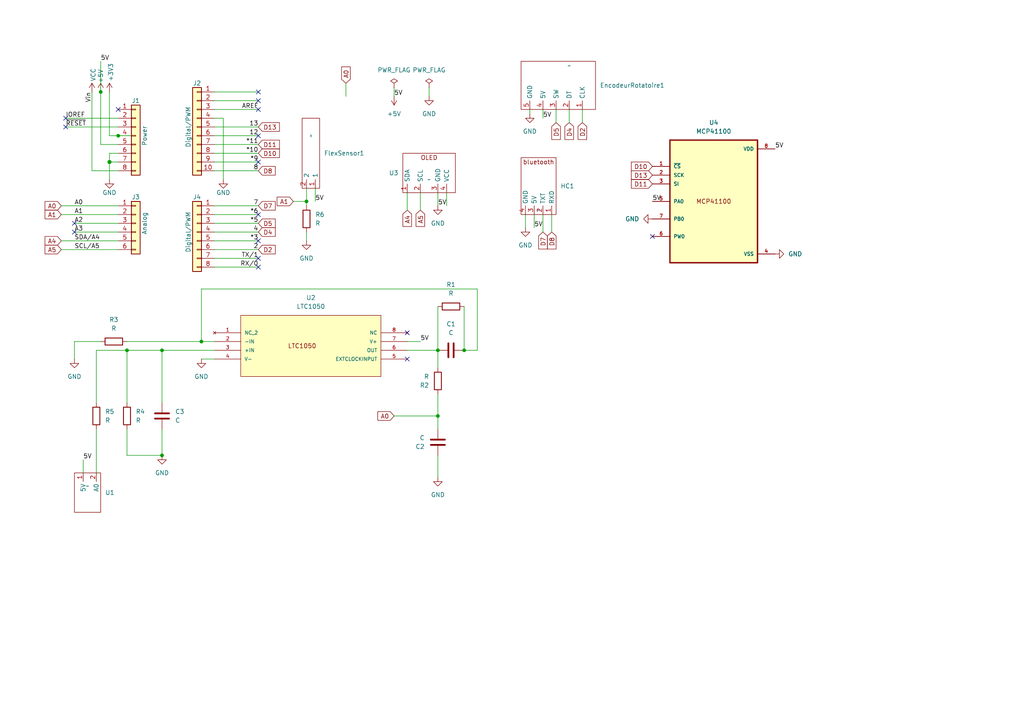
<source format=kicad_sch>
(kicad_sch (version 20230121) (generator eeschema)
  (paper "A4")
  (title_block (title "Projet Capteur") (date "mar. 31 mars 2015") (company "Quentin et Laetitia"))
  (lib_symbols
    (symbol "+5V_1" (power) (pin_names (offset 0))
      (property "Value" "+5V_1" (at 0 3.556 0))
      (symbol "+5V_1_0_1"
        (polyline (pts (xy -0.762 1.27) (xy 0 2.54)))
        (polyline (pts (xy 0 0) (xy 0 2.54)))
        (polyline (pts (xy 0 2.54) (xy 0.762 1.27)))
      )
      (symbol "+5V_1_1_1"
        (pin power_in line (at 0 0 90) (length 0) hide (name "+5V") (number "1"))
      )
    )
    (symbol "Connector_Generic:Conn_01x06" (pin_names (offset 1.016) hide)
      (property "Reference" "J" (at 0 7.62 0))
      (property "Value" "Conn_01x06" (at 0 -10.16 0))
      (symbol "Conn_01x06_1_1"
        (rectangle (start -1.27 -7.493) (end 0 -7.747) (stroke (width 0.1524)))
        (rectangle (start -1.27 -4.953) (end 0 -5.207) (stroke (width 0.1524)))
        (rectangle (start -1.27 -2.413) (end 0 -2.667) (stroke (width 0.1524)))
        (rectangle (start -1.27 0.127) (end 0 -0.127) (stroke (width 0.1524)))
        (rectangle (start -1.27 2.667) (end 0 2.413) (stroke (width 0.1524)))
        (rectangle (start -1.27 5.207) (end 0 4.953) (stroke (width 0.1524)))
        (rectangle (start -1.27 6.35) (end 1.27 -8.89) (stroke (width 0.254)) (fill (type background)))
        (pin passive line (at -5.08 5.08 0) (length 3.81) (name "Pin_1") (number "1"))
        (pin passive line (at -5.08 2.54 0) (length 3.81) (name "Pin_2") (number "2"))
        (pin passive line (at -5.08 0 0) (length 3.81) (name "Pin_3") (number "3"))
        (pin passive line (at -5.08 -2.54 0) (length 3.81) (name "Pin_4") (number "4"))
        (pin passive line (at -5.08 -5.08 0) (length 3.81) (name "Pin_5") (number "5"))
        (pin passive line (at -5.08 -7.62 0) (length 3.81) (name "Pin_6") (number "6"))
      )
    )
    (symbol "Connector_Generic:Conn_01x08" (pin_names (offset 1.016) hide)
      (property "Reference" "J" (at 0 10.16 0))
      (property "Value" "Conn_01x08" (at 0 -12.7 0))
      (symbol "Conn_01x08_1_1"
        (rectangle (start -1.27 -10.033) (end 0 -10.287) (stroke (width 0.1524)))
        (rectangle (start -1.27 -7.493) (end 0 -7.747) (stroke (width 0.1524)))
        (rectangle (start -1.27 -4.953) (end 0 -5.207) (stroke (width 0.1524)))
        (rectangle (start -1.27 -2.413) (end 0 -2.667) (stroke (width 0.1524)))
        (rectangle (start -1.27 0.127) (end 0 -0.127) (stroke (width 0.1524)))
        (rectangle (start -1.27 2.667) (end 0 2.413) (stroke (width 0.1524)))
        (rectangle (start -1.27 5.207) (end 0 4.953) (stroke (width 0.1524)))
        (rectangle (start -1.27 7.747) (end 0 7.493) (stroke (width 0.1524)))
        (rectangle (start -1.27 8.89) (end 1.27 -11.43) (stroke (width 0.254)) (fill (type background)))
        (pin passive line (at -5.08 7.62 0) (length 3.81) (name "Pin_1") (number "1"))
        (pin passive line (at -5.08 5.08 0) (length 3.81) (name "Pin_2") (number "2"))
        (pin passive line (at -5.08 2.54 0) (length 3.81) (name "Pin_3") (number "3"))
        (pin passive line (at -5.08 0 0) (length 3.81) (name "Pin_4") (number "4"))
        (pin passive line (at -5.08 -2.54 0) (length 3.81) (name "Pin_5") (number "5"))
        (pin passive line (at -5.08 -5.08 0) (length 3.81) (name "Pin_6") (number "6"))
        (pin passive line (at -5.08 -7.62 0) (length 3.81) (name "Pin_7") (number "7"))
        (pin passive line (at -5.08 -10.16 0) (length 3.81) (name "Pin_8") (number "8"))
      )
    )
    (symbol "Connector_Generic:Conn_01x10" (pin_names (offset 1.016) hide)
      (property "Reference" "J" (at 0 12.7 0))
      (property "Value" "Conn_01x10" (at 0 -15.24 0))
      (symbol "Conn_01x10_1_1"
        (rectangle (start -1.27 -12.573) (end 0 -12.827) (stroke (width 0.1524)))
        (rectangle (start -1.27 -10.033) (end 0 -10.287) (stroke (width 0.1524)))
        (rectangle (start -1.27 -7.493) (end 0 -7.747) (stroke (width 0.1524)))
        (rectangle (start -1.27 -4.953) (end 0 -5.207) (stroke (width 0.1524)))
        (rectangle (start -1.27 -2.413) (end 0 -2.667) (stroke (width 0.1524)))
        (rectangle (start -1.27 0.127) (end 0 -0.127) (stroke (width 0.1524)))
        (rectangle (start -1.27 2.667) (end 0 2.413) (stroke (width 0.1524)))
        (rectangle (start -1.27 5.207) (end 0 4.953) (stroke (width 0.1524)))
        (rectangle (start -1.27 7.747) (end 0 7.493) (stroke (width 0.1524)))
        (rectangle (start -1.27 10.287) (end 0 10.033) (stroke (width 0.1524)))
        (rectangle (start -1.27 11.43) (end 1.27 -13.97) (stroke (width 0.254)) (fill (type background)))
        (pin passive line (at -5.08 10.16 0) (length 3.81) (name "Pin_1") (number "1"))
        (pin passive line (at -5.08 -12.7 0) (length 3.81) (name "Pin_10") (number "10"))
        (pin passive line (at -5.08 7.62 0) (length 3.81) (name "Pin_2") (number "2"))
        (pin passive line (at -5.08 5.08 0) (length 3.81) (name "Pin_3") (number "3"))
        (pin passive line (at -5.08 2.54 0) (length 3.81) (name "Pin_4") (number "4"))
        (pin passive line (at -5.08 0 0) (length 3.81) (name "Pin_5") (number "5"))
        (pin passive line (at -5.08 -2.54 0) (length 3.81) (name "Pin_6") (number "6"))
        (pin passive line (at -5.08 -5.08 0) (length 3.81) (name "Pin_7") (number "7"))
        (pin passive line (at -5.08 -7.62 0) (length 3.81) (name "Pin_8") (number "8"))
        (pin passive line (at -5.08 -10.16 0) (length 3.81) (name "Pin_9") (number "9"))
      )
    )
    (symbol "Device:C" (pin_numbers hide) (pin_names (offset 0.254))
      (property "Reference" "C" (at 0.635 2.54 0))
      (property "Value" "C" (at 0.635 -2.54 0))
      (symbol "C_0_1"
        (polyline (pts (xy -2.032 -0.762) (xy 2.032 -0.762)) (stroke (width 0.508)))
        (polyline (pts (xy -2.032 0.762) (xy 2.032 0.762)) (stroke (width 0.508)))
      )
      (symbol "C_1_1"
        (pin passive line (at 0 3.81 270) (length 2.794) (name "~") (number "1"))
        (pin passive line (at 0 -3.81 90) (length 2.794) (name "~") (number "2"))
      )
    )
    (symbol "Device:R" (pin_numbers hide) (pin_names (offset 0))
      (property "Reference" "R" (at 2.032 0 90))
      (property "Value" "R" (at 0 0 90))
      (symbol "R_0_1"
        (rectangle (start -1.016 -2.54) (end 1.016 2.54) (stroke (width 0.254)))
      )
      (symbol "R_1_1"
        (pin passive line (at 0 3.81 270) (length 1.27) (name "~") (number "1"))
        (pin passive line (at 0 -3.81 90) (length 1.27) (name "~") (number "2"))
      )
    )
    (symbol "GND_1" (power) (pin_names (offset 0))
      (property "Value" "GND_1" (at 0 -3.81 0))
      (symbol "GND_1_0_1"
        (polyline (pts (xy 0 0) (xy 0 -1.27) (xy 1.27 -1.27) (xy 0 -2.54) (xy -1.27 -1.27) (xy 0 -1.27)))
      )
      (symbol "GND_1_1_1"
        (pin power_in line (at 0 0 270) (length 0) hide (name "GND") (number "1"))
      )
    )
    (symbol "MOSH:Capteur_test"
      (property "Reference" "U" (at 0 -5.08 0))
      (symbol "Capteur_test_0_1"
        (rectangle (start -3.81 3.81) (end 3.81 -7.62))
      )
      (symbol "Capteur_test_1_1"
        (pin passive line (at -1.27 3.81 270) (length 2.54) (name "5V") (number "1"))
        (pin passive line (at 2.54 3.81 270) (length 2.54) (name "A0") (number "2"))
      )
    )
    (symbol "MOSH:Encodeur_rotatoire"
      (property "Reference" "EncodeurRotatoire" (at 2.54 1.27 0))
      (symbol "Encodeur_rotatoire_0_1"
        (rectangle (start -7.62 12.7) (end 13.97 -1.27))
      )
      (symbol "Encodeur_rotatoire_1_1"
        (pin bidirectional line (at -3.81 12.7 270) (length 2.54) (name "CLK") (number "1"))
        (pin bidirectional line (at 0 12.7 270) (length 2.54) (name "DT") (number "2"))
        (pin bidirectional line (at 3.81 12.7 270) (length 2.54) (name "SW") (number "3"))
        (pin power_in line (at 7.62 12.7 270) (length 2.54) (name "5V") (number "4"))
        (pin passive line (at 11.43 12.7 270) (length 2.54) (name "GND") (number "5"))
      )
    )
    (symbol "MOSH:Flex_Sensor"
      (property "Reference" "FlexSensor" (at 2.54 0 0))
      (symbol "Flex_Sensor_0_1"
        (rectangle (start -5.08 2.54) (end 15.24 -2.54))
        (rectangle (start 0 0) (end 0 0))
      )
      (symbol "Flex_Sensor_1_1"
        (pin output line (at 15.24 1.27 180) (length 2.54) (name "1") (number "1"))
        (pin output line (at 15.24 -1.27 180) (length 2.54) (name "2") (number "2"))
      )
    )
    (symbol "MOSH:LTC1050" (pin_names (offset 1.016))
      (property "Reference" "U" (at 23.2156 9.1186 0))
      (property "Value" "LTC1050" (at 22.5806 6.5786 0))
      (symbol "LTC1050_0_0"
        (rectangle (start 7.62 -12.7) (end 48.26 5.08) (stroke (width 0.1524)) (fill (type background)))
        (pin no_connect line (at 0 0 0) (length 7.62) (name "NC_2") (number "1"))
        (pin input line (at 0 -2.54 0) (length 7.62) (name "-IN") (number "2"))
        (pin input line (at 0 -5.08 0) (length 7.62) (name "+IN") (number "3"))
        (pin power_in line (at 0 -7.62 0) (length 7.62) (name "V-") (number "4"))
        (pin input line (at 55.88 -7.62 180) (length 7.62) (name "EXTCLOCKINPUT") (number "5"))
        (pin output line (at 55.88 -5.08 180) (length 7.62) (name "OUT") (number "6"))
        (pin power_in line (at 55.88 -2.54 180) (length 7.62) (name "V+") (number "7"))
        (pin no_connect line (at 55.88 0 180) (length 7.62) (name "NC") (number "8"))
      )
      (symbol "LTC1050_1_1"
        (text "LTC1050\n" (at 25.4 -3.81 0) (effects (font (size 1.27 1.27))))
      )
    )
    (symbol "MOSH:MCP41100" (pin_names (offset 1.016))
      (property "Reference" "U" (at -12.7 18.78 0))
      (property "Value" "MCP41100" (at -12.7 -21.78 0))
      (symbol "MCP41100_0_0"
        (rectangle (start -12.7 -17.78) (end 12.7 17.78) (stroke (width 0.41)) (fill (type background)))
        (pin input line (at -17.78 10.16 0) (length 5.08) (name "~{CS}") (number "1"))
        (pin input line (at -17.78 7.62 0) (length 5.08) (name "SCK") (number "2"))
        (pin input line (at -17.78 5.08 0) (length 5.08) (name "SI") (number "3"))
        (pin power_in line (at 17.78 -15.24 180) (length 5.08) (name "VSS") (number "4"))
        (pin bidirectional line (at -17.78 0 0) (length 5.08) (name "PA0") (number "5"))
        (pin bidirectional line (at -17.78 -10.16 0) (length 5.08) (name "PW0") (number "6"))
        (pin bidirectional line (at -17.78 -5.08 0) (length 5.08) (name "PB0") (number "7"))
        (pin power_in line (at 17.78 15.24 180) (length 5.08) (name "VDD") (number "8"))
      )
      (symbol "MCP41100_1_1"
        (text "MCP41100\n" (at 0 0 0) (effects (font (size 1.27 1.27))))
      )
    )
    (symbol "MOSH:OLED_"
      (property "Reference" "U" (at 0 0 0))
      (symbol "OLED__0_1"
        (rectangle (start -7.62 3.81) (end 7.62 -7.62))
      )
      (symbol "OLED__1_1"
        (text "OLED" (at 0 -6.35 0) (effects (font (size 1.27 1.27))))
        (pin bidirectional line (at 6.35 3.81 270) (length 2.54) (name "SDA") (number "1"))
        (pin bidirectional line (at 2.54 3.81 270) (length 2.54) (name "SCL") (number "2"))
        (pin passive line (at -2.54 3.81 270) (length 2.54) (name "GND") (number "3"))
        (pin power_in line (at -5.08 3.81 270) (length 2.54) (name "VCC") (number "4"))
      )
    )
    (symbol "MOSH:bluetooth_HC05"
      (property "Reference" "HC05" (at 0 -11.43 0))
      (symbol "bluetooth_HC05_0_1"
        (rectangle (start -5.08 1.27) (end 5.08 -15.24))
      )
      (symbol "bluetooth_HC05_1_1"
        (text "bluetooth\n" (at 0 -13.97 0) (effects (font (size 1.27 1.27))))
        (pin bidirectional line (at -3.81 1.27 270) (length 2.54) (name "RXD") (number "1"))
        (pin bidirectional line (at -1.27 1.27 270) (length 2.54) (name "TXT") (number "2"))
        (pin power_in line (at 1.27 1.27 270) (length 2.54) (name "5V") (number "3"))
        (pin passive line (at 3.81 1.27 270) (length 2.54) (name "GND") (number "4"))
      )
    )
    (symbol "power:+3V3" (power) (pin_names (offset 0))
      (property "Value" "+3V3" (at 0 3.556 0))
      (symbol "+3V3_0_1"
        (polyline (pts (xy -0.762 1.27) (xy 0 2.54)))
        (polyline (pts (xy 0 0) (xy 0 2.54)))
        (polyline (pts (xy 0 2.54) (xy 0.762 1.27)))
      )
      (symbol "+3V3_1_1"
        (pin power_in line (at 0 0 90) (length 0) hide (name "+3V3") (number "1"))
      )
    )
    (symbol "power:+5V" (power) (pin_names (offset 0))
      (property "Value" "+5V" (at 0 3.556 0))
      (symbol "+5V_0_1"
        (polyline (pts (xy -0.762 1.27) (xy 0 2.54)))
        (polyline (pts (xy 0 0) (xy 0 2.54)))
        (polyline (pts (xy 0 2.54) (xy 0.762 1.27)))
      )
      (symbol "+5V_1_1"
        (pin power_in line (at 0 0 90) (length 0) hide (name "+5V") (number "1"))
      )
    )
    (symbol "power:GND" (power) (pin_names (offset 0))
      (property "Value" "GND" (at 0 -3.81 0))
      (symbol "GND_0_1"
        (polyline (pts (xy 0 0) (xy 0 -1.27) (xy 1.27 -1.27) (xy 0 -2.54) (xy -1.27 -1.27) (xy 0 -1.27)))
      )
      (symbol "GND_1_1"
        (pin power_in line (at 0 0 270) (length 0) hide (name "GND") (number "1"))
      )
    )
    (symbol "power:PWR_FLAG" (power) (pin_numbers hide) (pin_names (offset 0) hide)
      (property "Value" "PWR_FLAG" (at 0 3.81 0))
      (symbol "PWR_FLAG_0_0"
        (pin power_out line (at 0 0 90) (length 0) (name "pwr") (number "1"))
      )
      (symbol "PWR_FLAG_0_1"
        (polyline (pts (xy 0 0) (xy 0 1.27) (xy -1.016 1.905) (xy 0 2.54) (xy 1.016 1.905) (xy 0 1.27)))
      )
    )
    (symbol "power:VCC" (power) (pin_names (offset 0))
      (property "Value" "VCC" (at 0 3.81 0))
      (symbol "VCC_0_1"
        (polyline (pts (xy -0.762 1.27) (xy 0 2.54)))
        (polyline (pts (xy 0 0) (xy 0 2.54)))
        (polyline (pts (xy 0 2.54) (xy 0.762 1.27)))
      )
      (symbol "VCC_1_1"
        (pin power_in line (at 0 0 90) (length 0) hide (name "VCC") (number "1"))
      )
    )
  )
  (junction (at 46.99 132.08))
  (junction (at 127 101.6))
  (junction (at 134.62 101.6))
  (junction (at 31.75 46.99) (diameter 1.016))
  (junction (at 36.83 101.6))
  (junction (at 46.99 101.6))
  (junction (at 88.9 58.42))
  (junction (at 29.21 26.67))
  (junction (at 34.29 39.37))
  (junction (at 58.42 99.06))
  (junction (at 127 120.65))
  (no_connect (at 74.93 31.75))
  (no_connect (at 74.93 39.37))
  (no_connect (at 74.93 69.85))
  (no_connect (at 118.11 104.14))
  (no_connect (at 74.93 62.23))
  (no_connect (at 189.23 68.58))
  (no_connect (at 118.11 96.52))
  (no_connect (at 74.93 77.47))
  (no_connect (at 21.59 67.31))
  (no_connect (at 74.93 46.99))
  (no_connect (at 74.93 29.21))
  (no_connect (at 19.05 36.83))
  (no_connect (at 34.29 31.75))
  (no_connect (at 19.05 34.29))
  (no_connect (at 21.59 64.77))
  (no_connect (at 74.93 74.93))
  (no_connect (at 74.93 26.67))
  (wire (pts (xy 34.29 39.37) (xy 38.1 39.37)))
  (wire (pts (xy 62.23 77.47) (xy 74.93 77.47)))
  (wire (pts (xy 127 120.65) (xy 127 114.3)))
  (wire (pts (xy 114.3 25.4) (xy 114.3 27.94)))
  (wire (pts (xy 62.23 44.45) (xy 74.93 44.45)))
  (wire (pts (xy 62.23 26.67) (xy 74.93 26.67)))
  (wire (pts (xy 127 101.6) (xy 127 106.68)))
  (wire (pts (xy 27.94 124.46) (xy 27.94 137.16)))
  (wire (pts (xy 127 88.9) (xy 127 101.6)))
  (wire (pts (xy 168.91 31.75) (xy 168.91 35.56)))
  (wire (pts (xy 31.75 44.45) (xy 31.75 46.99)))
  (wire (pts (xy 127 124.46) (xy 127 120.65)))
  (wire (pts (xy 85.09 58.42) (xy 88.9 58.42)))
  (wire (pts (xy 17.78 72.39) (xy 34.29 72.39)))
  (wire (pts (xy 58.42 83.82) (xy 58.42 99.06)))
  (wire (pts (xy 31.75 46.99) (xy 31.75 52.07)))
  (wire (pts (xy 153.67 31.75) (xy 153.67 33.02)))
  (wire (pts (xy 31.75 39.37) (xy 34.29 39.37)))
  (wire (pts (xy 24.13 133.35) (xy 24.13 137.16)))
  (wire (pts (xy 29.21 41.91) (xy 34.29 41.91)))
  (wire (pts (xy 29.21 26.67) (xy 29.21 41.91)))
  (wire (pts (xy 58.42 104.14) (xy 62.23 104.14)))
  (wire (pts (xy 157.48 62.23) (xy 157.48 67.31)))
  (wire (pts (xy 62.23 36.83) (xy 74.93 36.83)))
  (wire (pts (xy 21.59 99.06) (xy 21.59 104.14)))
  (wire (pts (xy 31.75 26.67) (xy 31.75 39.37)))
  (wire (pts (xy 62.23 59.69) (xy 74.93 59.69)))
  (wire (pts (xy 27.94 101.6) (xy 27.94 116.84)))
  (wire (pts (xy 36.83 101.6) (xy 46.99 101.6)))
  (wire (pts (xy 17.78 59.69) (xy 34.29 59.69)))
  (wire (pts (xy 62.23 39.37) (xy 74.93 39.37)))
  (wire (pts (xy 124.46 25.4) (xy 124.46 27.94)))
  (wire (pts (xy 62.23 62.23) (xy 74.93 62.23)))
  (wire (pts (xy 88.9 67.31) (xy 88.9 69.85)))
  (wire (pts (xy 129.54 59.69) (xy 129.54 55.88)))
  (wire (pts (xy 118.11 101.6) (xy 127 101.6)))
  (wire (pts (xy 152.4 62.23) (xy 152.4 66.04)))
  (wire (pts (xy 118.11 55.88) (xy 118.11 60.96)))
  (wire (pts (xy 91.44 54.61) (xy 91.44 58.42)))
  (wire (pts (xy 62.23 46.99) (xy 74.93 46.99)))
  (wire (pts (xy 36.83 132.08) (xy 46.99 132.08)))
  (wire (pts (xy 127 138.43) (xy 127 132.08)))
  (wire (pts (xy 62.23 67.31) (xy 74.93 67.31)))
  (wire (pts (xy 100.33 27.94) (xy 100.33 24.13)))
  (wire (pts (xy 19.05 34.29) (xy 34.29 34.29)))
  (wire (pts (xy 36.83 99.06) (xy 58.42 99.06)))
  (wire (pts (xy 134.62 88.9) (xy 134.62 101.6)))
  (wire (pts (xy 88.9 58.42) (xy 88.9 59.69)))
  (wire (pts (xy 118.11 99.06) (xy 121.92 99.06)))
  (wire (pts (xy 64.77 34.29) (xy 64.77 52.07)))
  (wire (pts (xy 88.9 54.61) (xy 88.9 58.42)))
  (wire (pts (xy 154.94 62.23) (xy 154.94 66.04)))
  (wire (pts (xy 62.23 31.75) (xy 74.93 31.75)))
  (wire (pts (xy 58.42 99.06) (xy 62.23 99.06)))
  (wire (pts (xy 36.83 116.84) (xy 36.83 101.6)))
  (wire (pts (xy 34.29 64.77) (xy 21.59 64.77)))
  (wire (pts (xy 19.05 36.83) (xy 34.29 36.83)))
  (wire (pts (xy 34.29 46.99) (xy 31.75 46.99)))
  (wire (pts (xy 46.99 124.46) (xy 46.99 132.08)))
  (wire (pts (xy 36.83 124.46) (xy 36.83 132.08)))
  (wire (pts (xy 138.43 101.6) (xy 138.43 83.82)))
  (wire (pts (xy 134.62 101.6) (xy 138.43 101.6)))
  (wire (pts (xy 161.29 31.75) (xy 161.29 35.56)))
  (wire (pts (xy 46.99 101.6) (xy 46.99 116.84)))
  (wire (pts (xy 34.29 49.53) (xy 26.67 49.53)))
  (wire (pts (xy 17.78 62.23) (xy 34.29 62.23)))
  (wire (pts (xy 29.21 99.06) (xy 21.59 99.06)))
  (wire (pts (xy 62.23 101.6) (xy 46.99 101.6)))
  (wire (pts (xy 62.23 34.29) (xy 64.77 34.29)))
  (wire (pts (xy 157.48 31.75) (xy 157.48 34.29)))
  (wire (pts (xy 34.29 44.45) (xy 31.75 44.45)))
  (wire (pts (xy 62.23 41.91) (xy 74.93 41.91)))
  (wire (pts (xy 62.23 64.77) (xy 74.93 64.77)))
  (wire (pts (xy 121.92 55.88) (xy 121.92 60.96)))
  (wire (pts (xy 21.59 67.31) (xy 34.29 67.31)))
  (wire (pts (xy 127 55.88) (xy 127 59.69)))
  (wire (pts (xy 127 120.65) (xy 114.3 120.65)))
  (wire (pts (xy 160.02 62.23) (xy 160.02 67.31)))
  (wire (pts (xy 62.23 29.21) (xy 74.93 29.21)))
  (wire (pts (xy 62.23 72.39) (xy 74.93 72.39)))
  (wire (pts (xy 62.23 69.85) (xy 74.93 69.85)))
  (wire (pts (xy 27.94 101.6) (xy 36.83 101.6)))
  (wire (pts (xy 138.43 83.82) (xy 58.42 83.82)))
  (wire (pts (xy 165.1 31.75) (xy 165.1 35.56)))
  (wire (pts (xy 29.21 17.78) (xy 29.21 26.67)))
  (wire (pts (xy 62.23 74.93) (xy 74.93 74.93)))
  (wire (pts (xy 26.67 49.53) (xy 26.67 26.67)))
  (wire (pts (xy 17.78 69.85) (xy 34.29 69.85)))
  (wire (pts (xy 62.23 49.53) (xy 74.93 49.53)))
  (label "RX{slash}0" (at 74.93 77.47 180))
  (label "A2" (at 21.59 64.77 0))
  (label "4" (at 74.93 67.31 180))
  (label "5V" (at 29.21 17.78 0))
  (label "5V" (at 224.79 43.18 0))
  (label "5V" (at 157.48 34.29 0))
  (label "2" (at 74.93 72.39 180))
  (label "A3" (at 21.59 67.31 0))
  (label "13" (at 74.93 36.83 180))
  (label "12" (at 74.93 39.37 180))
  (label "~{RESET}" (at 19.05 36.83 0))
  (label "*10" (at 74.93 44.45 180))
  (label "5V" (at 114.3 27.94 0))
  (label "5V" (at 121.92 99.06 0))
  (label "5V" (at 189.23 58.42 0))
  (label "7" (at 74.93 59.69 180))
  (label "8" (at 74.93 49.53 180))
  (label "*11" (at 74.93 41.91 180))
  (label "*3" (at 74.93 69.85 180))
  (label "A1" (at 21.59 62.23 0))
  (label "TX{slash}1" (at 74.93 74.93 180))
  (label "5V" (at 154.94 66.04 0))
  (label "A0" (at 21.59 59.69 0))
  (label "AREF" (at 74.93 31.75 180))
  (label "5V" (at 91.44 58.42 0))
  (label "Vin" (at 26.67 26.67 270))
  (label "*6" (at 74.93 62.23 180))
  (label "*9" (at 74.93 46.99 180))
  (label "*5" (at 74.93 64.77 180))
  (label "5V" (at 24.13 133.35 0))
  (label "IOREF" (at 19.05 34.29 0))
  (label "5V" (at 129.54 59.69 180))
  (label "SDA{slash}A4" (at 21.59 69.85 0))
  (label "SCL{slash}A5" (at 21.59 72.39 0))
  (global_label "A4" (shape input) (at 17.78 69.85 180) (property "Intersheetrefs" "${INTERSHEET_REFS}" (effects hide)))
  (global_label "D7" (shape input) (at 74.93 59.69 0) (property "Intersheetrefs" "${INTERSHEET_REFS}" (effects hide)))
  (global_label "D5" (shape input) (at 74.93 64.77 0) (property "Intersheetrefs" "${INTERSHEET_REFS}" (effects hide)))
  (global_label "A1" (shape input) (at 85.09 58.42 180) (property "Intersheetrefs" "${INTERSHEET_REFS}" (effects hide)))
  (global_label "A5" (shape input) (at 17.78 72.39 180) (property "Intersheetrefs" "${INTERSHEET_REFS}" (effects hide)))
  (global_label "D5" (shape input) (at 161.29 35.56 270) (property "Intersheetrefs" "${INTERSHEET_REFS}" (effects hide)))
  (global_label "A4" (shape input) (at 118.11 60.96 270) (property "Intersheetrefs" "${INTERSHEET_REFS}" (effects hide)))
  (global_label "D2" (shape input) (at 168.91 35.56 270) (property "Intersheetrefs" "${INTERSHEET_REFS}" (effects hide)))
  (global_label "D7" (shape input) (at 157.48 67.31 270) (property "Intersheetrefs" "${INTERSHEET_REFS}" (effects hide)))
  (global_label "D11" (shape input) (at 189.23 53.34 180) (property "Intersheetrefs" "${INTERSHEET_REFS}" (effects hide)))
  (global_label "A0" (shape input) (at 17.78 59.69 180) (property "Intersheetrefs" "${INTERSHEET_REFS}" (effects hide)))
  (global_label "A0" (shape input) (at 114.3 120.65 180) (property "Intersheetrefs" "${INTERSHEET_REFS}" (effects hide)))
  (global_label "D10" (shape input) (at 74.93 44.45 0) (property "Intersheetrefs" "${INTERSHEET_REFS}" (effects hide)))
  (global_label "D11" (shape input) (at 74.93 41.91 0) (property "Intersheetrefs" "${INTERSHEET_REFS}" (effects hide)))
  (global_label "A1" (shape input) (at 17.78 62.23 180) (property "Intersheetrefs" "${INTERSHEET_REFS}" (effects hide)))
  (global_label "D8" (shape input) (at 160.02 67.31 270) (property "Intersheetrefs" "${INTERSHEET_REFS}" (effects hide)))
  (global_label "A5" (shape input) (at 121.92 60.96 270) (property "Intersheetrefs" "${INTERSHEET_REFS}" (effects hide)))
  (global_label "D8" (shape input) (at 74.93 49.53 0) (property "Intersheetrefs" "${INTERSHEET_REFS}" (effects hide)))
  (global_label "D2" (shape input) (at 74.93 72.39 0) (property "Intersheetrefs" "${INTERSHEET_REFS}" (effects hide)))
  (global_label "D4" (shape input) (at 74.93 67.31 0) (property "Intersheetrefs" "${INTERSHEET_REFS}" (effects hide)))
  (global_label "D4" (shape input) (at 165.1 35.56 270) (property "Intersheetrefs" "${INTERSHEET_REFS}" (effects hide)))
  (global_label "D13" (shape input) (at 189.23 50.8 180) (property "Intersheetrefs" "${INTERSHEET_REFS}" (effects hide)))
  (global_label "D13" (shape input) (at 74.93 36.83 0) (property "Intersheetrefs" "${INTERSHEET_REFS}" (effects hide)))
  (global_label "A0" (shape input) (at 100.33 24.13 90) (property "Intersheetrefs" "${INTERSHEET_REFS}" (effects hide)))
  (global_label "D10" (shape input) (at 189.23 48.26 180) (property "Intersheetrefs" "${INTERSHEET_REFS}" (effects hide)))
  (symbol (lib_id "Connector_Generic:Conn_01x08") (at 39.37 39.37 0) (unit 1)
    (property "Reference" "J1" (at 39.37 29.21 0))
    (property "Value" "Power" (at 41.91 39.37 90))
    (property "Footprint" "Connector_PinSocket_2.54mm:PinSocket_1x08_P2.54mm_Vertical" (effects hide))
  )
  (symbol (lib_id "power:+3V3") (at 31.75 26.67 0) (unit 1)
    (property "Reference" "#PWR03" (effects hide))
    (property "Value" "+3.3V" (at 32.131 23.622 90) (effects (justify left)))
  )
  (symbol (lib_id "power:+5V") (at 29.21 26.67 0) (unit 1)
    (property "Reference" "#PWR02" (effects hide))
    (property "Value" "+5V" (at 29.21 24.13 90) (effects (justify left)))
  )
  (symbol (lib_id "power:GND") (at 31.75 52.07 0) (unit 1)
    (property "Reference" "#PWR04" (effects hide))
    (property "Value" "GND" (at 31.75 55.88 0))
  )
  (symbol (lib_id "Connector_Generic:Conn_01x10") (at 57.15 36.83 0) (mirror y) (unit 1)
    (property "Reference" "J2" (at 57.15 24.13 0))
    (property "Value" "Digital/PWM" (at 54.61 36.83 90))
    (property "Footprint" "Connector_PinSocket_2.54mm:PinSocket_1x10_P2.54mm_Vertical" (effects hide))
  )
  (symbol (lib_id "power:GND") (at 64.77 52.07 0) (unit 1)
    (property "Reference" "#PWR05" (effects hide))
    (property "Value" "GND" (at 64.77 55.88 0))
  )
  (symbol (lib_id "Connector_Generic:Conn_01x06") (at 39.37 64.77 0) (unit 1)
    (property "Reference" "J3" (at 39.37 57.15 0))
    (property "Value" "Analog" (at 41.91 64.77 90))
    (property "Footprint" "Connector_PinSocket_2.54mm:PinSocket_1x06_P2.54mm_Vertical" (effects hide))
  )
  (symbol (lib_id "Connector_Generic:Conn_01x08") (at 57.15 67.31 0) (mirror y) (unit 1)
    (property "Reference" "J4" (at 57.15 57.15 0))
    (property "Value" "Digital/PWM" (at 54.61 67.31 90))
    (property "Footprint" "Connector_PinSocket_2.54mm:PinSocket_1x08_P2.54mm_Vertical" (effects hide))
  )
  (symbol (lib_id "MOSH:bluetooth_HC05") (at 156.21 60.96 180) (unit 1)
    (property "Reference" "HC1" (at 162.56 53.975 0) (effects (justify right)))
    (property "Value" "~" (at 156.21 60.96 0))
    (property "Footprint" "MOSH_empreintes:Bluetooth HC-05" (effects hide))
  )
  (symbol (lib_id "MOSH:Encodeur_rotatoire") (at 165.1 19.05 180) (unit 1)
    (property "Reference" "EncodeurRotatoire1" (at 173.99 24.765 0) (effects (justify right)))
    (property "Value" "~" (at 165.1 19.05 0))
    (property "Footprint" "MOSH_empreintes:KY-040" (effects hide))
  )
  (symbol (lib_name "GND_1") (lib_id "power:GND") (at 21.59 104.14 0) (unit 1)
    (property "Reference" "#PWR09" (effects hide))
    (property "Value" "GND" (at 21.59 109.22 0))
  )
  (symbol (lib_name "+5V_1") (lib_id "power:+5V") (at 114.3 27.94 180) (unit 1)
    (property "Reference" "#PWR017" (effects hide))
    (property "Value" "+5V" (at 114.3 33.02 0))
  )
  (symbol (lib_name "GND_1") (lib_id "power:GND") (at 58.42 104.14 0) (unit 1)
    (property "Reference" "#PWR07" (effects hide))
    (property "Value" "GND" (at 58.42 109.22 0))
  )
  (symbol (lib_name "GND_1") (lib_id "power:GND") (at 124.46 27.94 0) (unit 1)
    (property "Reference" "#PWR06" (effects hide))
    (property "Value" "GND" (at 124.46 33.02 0))
  )
  (symbol (lib_id "power:PWR_FLAG") (at 124.46 25.4 0) (unit 1)
    (property "Reference" "#FLG02" (effects hide))
    (property "Value" "PWR_FLAG" (at 124.46 20.32 0))
  )
  (symbol (lib_id "MOSH:Capteur_test") (at 25.4 140.97 0) (unit 1)
    (property "Reference" "U1" (at 30.48 142.875 0) (effects (justify left)))
    (property "Value" "~" (at 25.4 140.97 0))
    (property "Footprint" "MOSH_empreintes:capteur graphite" (effects hide))
  )
  (symbol (lib_id "Device:R") (at 88.9 63.5 0) (unit 1)
    (property "Reference" "R6" (at 91.44 62.23 0) (effects (justify left)))
    (property "Value" "R" (at 91.44 64.77 0) (effects (justify left)))
    (property "Footprint" "MOSH_empreintes:R 65 2" (effects hide))
  )
  (symbol (lib_id "power:VCC") (at 26.67 26.67 0) (unit 1)
    (property "Reference" "#PWR01" (effects hide))
    (property "Value" "VCC" (at 27.051 23.622 90) (effects (justify left)))
  )
  (symbol (lib_id "MOSH:OLED_") (at 124.46 52.07 180) (unit 1)
    (property "Reference" "U3" (at 115.57 50.165 0) (effects (justify left)))
    (property "Value" "~" (at 124.46 52.07 0))
    (property "Footprint" "MOSH_empreintes:OLED SCREEN" (effects hide))
  )
  (symbol (lib_name "GND_1") (lib_id "power:GND") (at 88.9 69.85 0) (unit 1)
    (property "Reference" "#PWR011" (effects hide))
    (property "Value" "GND" (at 88.9 74.93 0))
  )
  (symbol (lib_id "Device:R") (at 33.02 99.06 90) (unit 1)
    (property "Reference" "R3" (at 33.02 92.71 90))
    (property "Value" "R" (at 33.02 95.25 90))
    (property "Footprint" "MOSH_empreintes:R 65 2" (effects hide))
  )
  (symbol (lib_id "MOSH:Flex_Sensor") (at 90.17 39.37 270) (unit 1)
    (property "Reference" "FlexSensor1" (at 93.98 44.45 90) (effects (justify left)))
    (property "Value" "~" (at 90.17 39.37 0))
    (property "Footprint" "MOSH_empreintes:Capteur FLEX" (effects hide))
  )
  (symbol (lib_name "GND_1") (lib_id "power:GND") (at 189.23 63.5 270) (unit 1)
    (property "Reference" "#PWR016" (effects hide))
    (property "Value" "GND" (at 185.42 63.5 90) (effects (justify right)))
  )
  (symbol (lib_name "GND_1") (lib_id "power:GND") (at 224.79 73.66 90) (unit 1)
    (property "Reference" "#PWR015" (effects hide))
    (property "Value" "GND" (at 228.6 73.66 90) (effects (justify right)))
  )
  (symbol (lib_id "power:PWR_FLAG") (at 114.3 25.4 0) (unit 1)
    (property "Reference" "#FLG01" (effects hide))
    (property "Value" "PWR_FLAG" (at 114.3 20.32 0))
  )
  (symbol (lib_name "GND_1") (lib_id "power:GND") (at 127 138.43 0) (unit 1)
    (property "Reference" "#PWR08" (effects hide))
    (property "Value" "GND" (at 127 143.51 0))
  )
  (symbol (lib_id "Device:R") (at 36.83 120.65 0) (unit 1)
    (property "Reference" "R4" (at 39.37 119.38 0) (effects (justify left)))
    (property "Value" "R" (at 39.37 121.92 0) (effects (justify left)))
    (property "Footprint" "MOSH_empreintes:R 65 2" (effects hide))
  )
  (symbol (lib_id "Device:R") (at 127 110.49 0) (unit 1)
    (property "Reference" "R2" (at 124.46 111.76 0) (effects (justify right)))
    (property "Value" "R" (at 124.46 109.22 0) (effects (justify right)))
    (property "Footprint" "MOSH_empreintes:R 65 2" (effects hide))
  )
  (symbol (lib_name "GND_1") (lib_id "power:GND") (at 152.4 66.04 0) (unit 1)
    (property "Reference" "#PWR014" (effects hide))
    (property "Value" "GND" (at 152.4 71.12 0))
  )
  (symbol (lib_id "Device:C") (at 127 128.27 180) (unit 1)
    (property "Reference" "C2" (at 123.19 129.54 0) (effects (justify left)))
    (property "Value" "C" (at 123.19 127 0) (effects (justify left)))
    (property "Footprint" "MOSH_empreintes:Capa jaune" (effects hide))
  )
  (symbol (lib_id "Device:R") (at 27.94 120.65 0) (unit 1)
    (property "Reference" "R5" (at 30.48 119.38 0) (effects (justify left)))
    (property "Value" "R" (at 30.48 121.92 0) (effects (justify left)))
    (property "Footprint" "MOSH_empreintes:R 65 2" (effects hide))
  )
  (symbol (lib_id "Device:C") (at 130.81 101.6 90) (unit 1)
    (property "Reference" "C1" (at 130.81 93.98 90))
    (property "Value" "C" (at 130.81 96.52 90))
    (property "Footprint" "MOSH_empreintes:Capa rouge" (effects hide))
  )
  (symbol (lib_name "GND_1") (lib_id "power:GND") (at 46.99 132.08 0) (unit 1)
    (property "Reference" "#PWR010" (effects hide))
    (property "Value" "GND" (at 46.99 137.16 0))
  )
  (symbol (lib_name "GND_1") (lib_id "power:GND") (at 127 59.69 0) (unit 1)
    (property "Reference" "#PWR012" (effects hide))
    (property "Value" "GND" (at 127 64.77 0))
  )
  (symbol (lib_id "MOSH:LTC1050") (at 62.23 96.52 0) (unit 1)
    (property "Reference" "U2" (at 90.17 86.36 0))
    (property "Value" "LTC1050" (at 90.17 88.9 0))
    (property "Footprint" "MOSH_empreintes:LTC1050 et MCP" (effects hide))
    (property "MF" "Analog Devices" (effects hide))
    (property "VENDOR" "Linear Technology" (effects hide))
    (property "Description" "\nPrecision Zero-Drift Operational Amplifier with Internal Capacitors\n" (effects hide))
    (property "Package" "SOIC -8 Analog Devices" (effects hide))
    (property "Price" "None" (effects hide))
    (property "Check_prices" "https://www.snapeda.com/parts/LTC1050HS8%23PBF/Analog+Devices/view-part/?ref=eda" (effects hide))
    (property "SnapEDA_Link" "https://www.snapeda.com/parts/LTC1050HS8%23PBF/Analog+Devices/view-part/?ref=snap" (effects hide))
    (property "MP" "LTC1050HS8#PBF" (effects hide))
    (property "Availability" "In Stock" (effects hide))
    (property "MANUFACTURER_PART_NUMBER" "ltc1050hs8" (effects hide))
  )
  (symbol (lib_id "MOSH:MCP41100") (at 207.01 58.42 0) (unit 1)
    (property "Reference" "U4" (at 207.01 35.56 0))
    (property "Value" "MCP41100" (at 207.01 38.1 0))
    (property "Footprint" "MOSH_empreintes:LTC1050 et MCP" (effects hide))
    (property "Description" "\n" (effects hide))
  )
  (symbol (lib_id "Device:C") (at 46.99 120.65 0) (unit 1)
    (property "Reference" "C3" (at 50.8 119.38 0) (effects (justify left)))
    (property "Value" "C" (at 50.8 121.92 0) (effects (justify left)))
    (property "Footprint" "MOSH_empreintes:Capa jaune" (effects hide))
  )
  (symbol (lib_id "Device:R") (at 130.81 88.9 90) (unit 1)
    (property "Reference" "R1" (at 130.81 82.55 90))
    (property "Value" "R" (at 130.81 85.09 90))
    (property "Footprint" "MOSH_empreintes:R 65 2" (effects hide))
  )
  (symbol (lib_name "GND_1") (lib_id "power:GND") (at 153.67 33.02 0) (unit 1)
    (property "Reference" "#PWR013" (effects hide))
    (property "Value" "GND" (at 153.67 38.1 0))
  )
)
</source>
